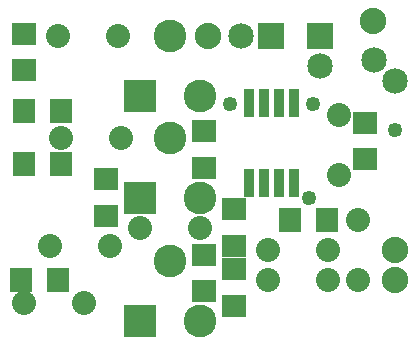
<source format=gts>
G04 MADE WITH FRITZING*
G04 WWW.FRITZING.ORG*
G04 DOUBLE SIDED*
G04 HOLES PLATED*
G04 CONTOUR ON CENTER OF CONTOUR VECTOR*
%ASAXBY*%
%FSLAX23Y23*%
%MOIN*%
%OFA0B0*%
%SFA1.0B1.0*%
%ADD10C,0.088000*%
%ADD11C,0.080000*%
%ADD12C,0.085000*%
%ADD13C,0.109000*%
%ADD14C,0.049370*%
%ADD15R,0.085000X0.085000*%
%ADD16R,0.109000X0.109000*%
%ADD17R,0.084803X0.072992*%
%ADD18R,0.072992X0.084803*%
%ADD19R,0.034000X0.096900*%
%ADD20C,0.030000*%
%LNMASK1*%
G90*
G70*
G54D10*
X1323Y239D03*
X1323Y339D03*
G54D11*
X1198Y439D03*
X1198Y239D03*
X898Y239D03*
X1098Y239D03*
X1098Y339D03*
X898Y339D03*
G54D12*
X1073Y1052D03*
X1073Y952D03*
X911Y1052D03*
X811Y1052D03*
G54D13*
X673Y514D03*
X473Y514D03*
X573Y714D03*
X673Y102D03*
X473Y102D03*
X573Y302D03*
X673Y852D03*
X473Y852D03*
X573Y1052D03*
G54D11*
X198Y1052D03*
X398Y1052D03*
X1136Y589D03*
X1136Y789D03*
X211Y714D03*
X411Y714D03*
X173Y352D03*
X373Y352D03*
X473Y414D03*
X673Y414D03*
X86Y164D03*
X286Y164D03*
G54D12*
X1252Y972D03*
X1323Y902D03*
G54D10*
X1248Y1102D03*
G54D14*
X1048Y827D03*
X773Y827D03*
X1036Y514D03*
X1323Y739D03*
G54D10*
X698Y1052D03*
G54D15*
X1073Y1052D03*
X911Y1052D03*
G54D16*
X473Y514D03*
X473Y102D03*
X473Y852D03*
G54D17*
X361Y455D03*
X361Y577D03*
X786Y155D03*
X786Y277D03*
X686Y736D03*
X686Y614D03*
G54D18*
X208Y627D03*
X86Y627D03*
G54D17*
X686Y324D03*
X686Y202D03*
G54D18*
X208Y802D03*
X86Y802D03*
G54D19*
X836Y564D03*
X886Y564D03*
X936Y564D03*
X986Y564D03*
X986Y829D03*
X936Y829D03*
X886Y829D03*
X836Y829D03*
G54D17*
X86Y1061D03*
X86Y939D03*
G54D18*
X76Y239D03*
X198Y239D03*
X1095Y439D03*
X973Y439D03*
G54D17*
X1223Y642D03*
X1223Y764D03*
X786Y355D03*
X786Y477D03*
G54D20*
G36*
X1291Y972D02*
X1252Y934D01*
X1214Y972D01*
X1252Y1011D01*
X1291Y972D01*
G37*
D02*
G04 End of Mask1*
M02*
</source>
